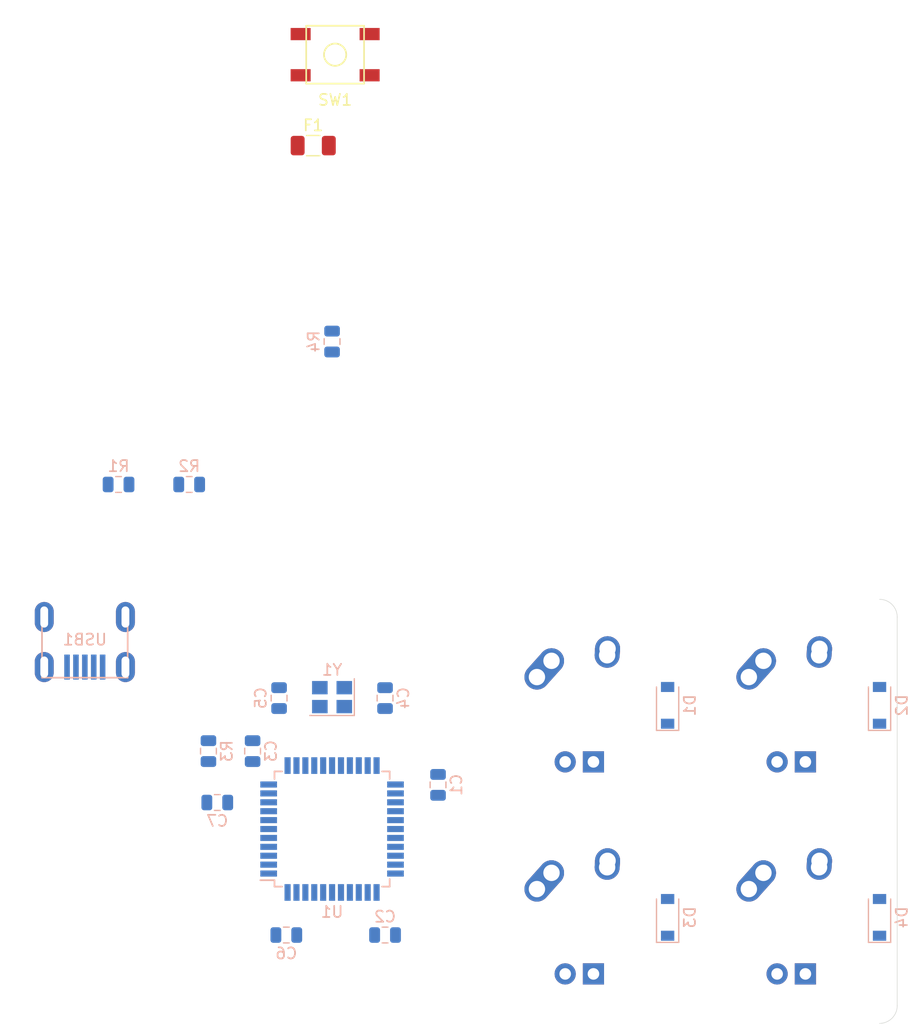
<source format=kicad_pcb>
(kicad_pcb (version 20171130) (host pcbnew "(5.1.6)-1")

  (general
    (thickness 1.6)
    (drawings 3)
    (tracks 0)
    (zones 0)
    (modules 24)
    (nets 49)
  )

  (page A4)
  (layers
    (0 F.Cu signal)
    (31 B.Cu signal)
    (32 B.Adhes user)
    (33 F.Adhes user)
    (34 B.Paste user)
    (35 F.Paste user)
    (36 B.SilkS user)
    (37 F.SilkS user)
    (38 B.Mask user)
    (39 F.Mask user)
    (40 Dwgs.User user)
    (41 Cmts.User user)
    (42 Eco1.User user)
    (43 Eco2.User user)
    (44 Edge.Cuts user)
    (45 Margin user)
    (46 B.CrtYd user)
    (47 F.CrtYd user)
    (48 B.Fab user)
    (49 F.Fab user)
  )

  (setup
    (last_trace_width 0.25)
    (trace_clearance 0.2)
    (zone_clearance 0.508)
    (zone_45_only no)
    (trace_min 0.2)
    (via_size 0.8)
    (via_drill 0.4)
    (via_min_size 0.4)
    (via_min_drill 0.3)
    (uvia_size 0.3)
    (uvia_drill 0.1)
    (uvias_allowed no)
    (uvia_min_size 0.2)
    (uvia_min_drill 0.1)
    (edge_width 0.05)
    (segment_width 0.2)
    (pcb_text_width 0.3)
    (pcb_text_size 1.5 1.5)
    (mod_edge_width 0.12)
    (mod_text_size 1 1)
    (mod_text_width 0.15)
    (pad_size 1.524 1.524)
    (pad_drill 0.762)
    (pad_to_mask_clearance 0.05)
    (aux_axis_origin 0 0)
    (visible_elements FFFFFF7F)
    (pcbplotparams
      (layerselection 0x010fc_ffffffff)
      (usegerberextensions false)
      (usegerberattributes true)
      (usegerberadvancedattributes true)
      (creategerberjobfile true)
      (excludeedgelayer true)
      (linewidth 0.100000)
      (plotframeref false)
      (viasonmask false)
      (mode 1)
      (useauxorigin false)
      (hpglpennumber 1)
      (hpglpenspeed 20)
      (hpglpendiameter 15.000000)
      (psnegative false)
      (psa4output false)
      (plotreference true)
      (plotvalue true)
      (plotinvisibletext false)
      (padsonsilk false)
      (subtractmaskfromsilk false)
      (outputformat 1)
      (mirror false)
      (drillshape 1)
      (scaleselection 1)
      (outputdirectory ""))
  )

  (net 0 "")
  (net 1 GND)
  (net 2 +5V)
  (net 3 "Net-(C4-Pad1)")
  (net 4 "Net-(C5-Pad1)")
  (net 5 "Net-(C7-Pad1)")
  (net 6 "Net-(D1-Pad2)")
  (net 7 ROW0)
  (net 8 "Net-(D2-Pad2)")
  (net 9 ROW1)
  (net 10 "Net-(D3-Pad2)")
  (net 11 "Net-(D4-Pad2)")
  (net 12 VCC)
  (net 13 COL0)
  (net 14 COL1)
  (net 15 D-)
  (net 16 "Net-(R1-Pad1)")
  (net 17 D+)
  (net 18 "Net-(R2-Pad1)")
  (net 19 "Net-(R3-Pad2)")
  (net 20 "Net-(R4-Pad2)")
  (net 21 "Net-(U1-Pad42)")
  (net 22 "Net-(U1-Pad41)")
  (net 23 "Net-(U1-Pad40)")
  (net 24 "Net-(U1-Pad39)")
  (net 25 "Net-(U1-Pad38)")
  (net 26 "Net-(U1-Pad37)")
  (net 27 "Net-(U1-Pad36)")
  (net 28 "Net-(U1-Pad32)")
  (net 29 "Net-(U1-Pad31)")
  (net 30 "Net-(U1-Pad30)")
  (net 31 "Net-(U1-Pad29)")
  (net 32 "Net-(U1-Pad28)")
  (net 33 "Net-(U1-Pad27)")
  (net 34 "Net-(U1-Pad26)")
  (net 35 "Net-(U1-Pad25)")
  (net 36 "Net-(U1-Pad22)")
  (net 37 "Net-(U1-Pad21)")
  (net 38 "Net-(U1-Pad20)")
  (net 39 "Net-(U1-Pad19)")
  (net 40 "Net-(U1-Pad18)")
  (net 41 "Net-(U1-Pad12)")
  (net 42 "Net-(U1-Pad11)")
  (net 43 "Net-(U1-Pad10)")
  (net 44 "Net-(U1-Pad9)")
  (net 45 "Net-(U1-Pad8)")
  (net 46 "Net-(U1-Pad1)")
  (net 47 "Net-(USB1-Pad6)")
  (net 48 "Net-(USB1-Pad2)")

  (net_class Default "This is the default net class."
    (clearance 0.2)
    (trace_width 0.25)
    (via_dia 0.8)
    (via_drill 0.4)
    (uvia_dia 0.3)
    (uvia_drill 0.1)
    (add_net +5V)
    (add_net COL0)
    (add_net COL1)
    (add_net D+)
    (add_net D-)
    (add_net GND)
    (add_net "Net-(C4-Pad1)")
    (add_net "Net-(C5-Pad1)")
    (add_net "Net-(C7-Pad1)")
    (add_net "Net-(D1-Pad2)")
    (add_net "Net-(D2-Pad2)")
    (add_net "Net-(D3-Pad2)")
    (add_net "Net-(D4-Pad2)")
    (add_net "Net-(R1-Pad1)")
    (add_net "Net-(R2-Pad1)")
    (add_net "Net-(R3-Pad2)")
    (add_net "Net-(R4-Pad2)")
    (add_net "Net-(U1-Pad1)")
    (add_net "Net-(U1-Pad10)")
    (add_net "Net-(U1-Pad11)")
    (add_net "Net-(U1-Pad12)")
    (add_net "Net-(U1-Pad18)")
    (add_net "Net-(U1-Pad19)")
    (add_net "Net-(U1-Pad20)")
    (add_net "Net-(U1-Pad21)")
    (add_net "Net-(U1-Pad22)")
    (add_net "Net-(U1-Pad25)")
    (add_net "Net-(U1-Pad26)")
    (add_net "Net-(U1-Pad27)")
    (add_net "Net-(U1-Pad28)")
    (add_net "Net-(U1-Pad29)")
    (add_net "Net-(U1-Pad30)")
    (add_net "Net-(U1-Pad31)")
    (add_net "Net-(U1-Pad32)")
    (add_net "Net-(U1-Pad36)")
    (add_net "Net-(U1-Pad37)")
    (add_net "Net-(U1-Pad38)")
    (add_net "Net-(U1-Pad39)")
    (add_net "Net-(U1-Pad40)")
    (add_net "Net-(U1-Pad41)")
    (add_net "Net-(U1-Pad42)")
    (add_net "Net-(U1-Pad8)")
    (add_net "Net-(U1-Pad9)")
    (add_net "Net-(USB1-Pad2)")
    (add_net "Net-(USB1-Pad6)")
    (add_net ROW0)
    (add_net ROW1)
    (add_net VCC)
  )

  (module MX_Alps_Hybrid:MX-1U (layer F.Cu) (tedit 5A9F3A9A) (tstamp 5EF1DA71)
    (at 132.55625 137.31875)
    (path /5EF6655B)
    (fp_text reference MX4 (at 0 3.175) (layer Dwgs.User)
      (effects (font (size 1 1) (thickness 0.15)))
    )
    (fp_text value MX-NoLED (at 0 -7.9375) (layer Dwgs.User)
      (effects (font (size 1 1) (thickness 0.15)))
    )
    (fp_line (start 5 -7) (end 7 -7) (layer Dwgs.User) (width 0.15))
    (fp_line (start 7 -7) (end 7 -5) (layer Dwgs.User) (width 0.15))
    (fp_line (start 5 7) (end 7 7) (layer Dwgs.User) (width 0.15))
    (fp_line (start 7 7) (end 7 5) (layer Dwgs.User) (width 0.15))
    (fp_line (start -7 5) (end -7 7) (layer Dwgs.User) (width 0.15))
    (fp_line (start -7 7) (end -5 7) (layer Dwgs.User) (width 0.15))
    (fp_line (start -5 -7) (end -7 -7) (layer Dwgs.User) (width 0.15))
    (fp_line (start -7 -7) (end -7 -5) (layer Dwgs.User) (width 0.15))
    (fp_line (start -9.525 -9.525) (end 9.525 -9.525) (layer Dwgs.User) (width 0.15))
    (fp_line (start 9.525 -9.525) (end 9.525 9.525) (layer Dwgs.User) (width 0.15))
    (fp_line (start 9.525 9.525) (end -9.525 9.525) (layer Dwgs.User) (width 0.15))
    (fp_line (start -9.525 9.525) (end -9.525 -9.525) (layer Dwgs.User) (width 0.15))
    (pad "" np_thru_hole circle (at 5.08 0 48.0996) (size 1.75 1.75) (drill 1.75) (layers *.Cu *.Mask))
    (pad "" np_thru_hole circle (at -5.08 0 48.0996) (size 1.75 1.75) (drill 1.75) (layers *.Cu *.Mask))
    (pad 4 thru_hole rect (at 1.27 5.08) (size 1.905 1.905) (drill 1.04) (layers *.Cu B.Mask))
    (pad 3 thru_hole circle (at -1.27 5.08) (size 1.905 1.905) (drill 1.04) (layers *.Cu B.Mask))
    (pad 1 thru_hole circle (at -2.5 -4) (size 2.25 2.25) (drill 1.47) (layers *.Cu B.Mask)
      (net 14 COL1))
    (pad "" np_thru_hole circle (at 0 0) (size 3.9878 3.9878) (drill 3.9878) (layers *.Cu *.Mask))
    (pad 1 thru_hole oval (at -3.81 -2.54 48.0996) (size 4.211556 2.25) (drill 1.47 (offset 0.980778 0)) (layers *.Cu B.Mask)
      (net 14 COL1))
    (pad 2 thru_hole circle (at 2.54 -5.08) (size 2.25 2.25) (drill 1.47) (layers *.Cu B.Mask)
      (net 11 "Net-(D4-Pad2)"))
    (pad 2 thru_hole oval (at 2.5 -4.5 86.0548) (size 2.831378 2.25) (drill 1.47 (offset 0.290689 0)) (layers *.Cu B.Mask)
      (net 11 "Net-(D4-Pad2)"))
  )

  (module MX_Alps_Hybrid:MX-1U (layer F.Cu) (tedit 5A9F3A9A) (tstamp 5EF1DA5A)
    (at 113.50625 137.31875)
    (path /5EF65208)
    (fp_text reference MX3 (at 0 3.175) (layer Dwgs.User)
      (effects (font (size 1 1) (thickness 0.15)))
    )
    (fp_text value MX-NoLED (at 0 -7.9375) (layer Dwgs.User)
      (effects (font (size 1 1) (thickness 0.15)))
    )
    (fp_line (start 5 -7) (end 7 -7) (layer Dwgs.User) (width 0.15))
    (fp_line (start 7 -7) (end 7 -5) (layer Dwgs.User) (width 0.15))
    (fp_line (start 5 7) (end 7 7) (layer Dwgs.User) (width 0.15))
    (fp_line (start 7 7) (end 7 5) (layer Dwgs.User) (width 0.15))
    (fp_line (start -7 5) (end -7 7) (layer Dwgs.User) (width 0.15))
    (fp_line (start -7 7) (end -5 7) (layer Dwgs.User) (width 0.15))
    (fp_line (start -5 -7) (end -7 -7) (layer Dwgs.User) (width 0.15))
    (fp_line (start -7 -7) (end -7 -5) (layer Dwgs.User) (width 0.15))
    (fp_line (start -9.525 -9.525) (end 9.525 -9.525) (layer Dwgs.User) (width 0.15))
    (fp_line (start 9.525 -9.525) (end 9.525 9.525) (layer Dwgs.User) (width 0.15))
    (fp_line (start 9.525 9.525) (end -9.525 9.525) (layer Dwgs.User) (width 0.15))
    (fp_line (start -9.525 9.525) (end -9.525 -9.525) (layer Dwgs.User) (width 0.15))
    (pad "" np_thru_hole circle (at 5.08 0 48.0996) (size 1.75 1.75) (drill 1.75) (layers *.Cu *.Mask))
    (pad "" np_thru_hole circle (at -5.08 0 48.0996) (size 1.75 1.75) (drill 1.75) (layers *.Cu *.Mask))
    (pad 4 thru_hole rect (at 1.27 5.08) (size 1.905 1.905) (drill 1.04) (layers *.Cu B.Mask))
    (pad 3 thru_hole circle (at -1.27 5.08) (size 1.905 1.905) (drill 1.04) (layers *.Cu B.Mask))
    (pad 1 thru_hole circle (at -2.5 -4) (size 2.25 2.25) (drill 1.47) (layers *.Cu B.Mask)
      (net 13 COL0))
    (pad "" np_thru_hole circle (at 0 0) (size 3.9878 3.9878) (drill 3.9878) (layers *.Cu *.Mask))
    (pad 1 thru_hole oval (at -3.81 -2.54 48.0996) (size 4.211556 2.25) (drill 1.47 (offset 0.980778 0)) (layers *.Cu B.Mask)
      (net 13 COL0))
    (pad 2 thru_hole circle (at 2.54 -5.08) (size 2.25 2.25) (drill 1.47) (layers *.Cu B.Mask)
      (net 8 "Net-(D2-Pad2)"))
    (pad 2 thru_hole oval (at 2.5 -4.5 86.0548) (size 2.831378 2.25) (drill 1.47 (offset 0.290689 0)) (layers *.Cu B.Mask)
      (net 8 "Net-(D2-Pad2)"))
  )

  (module MX_Alps_Hybrid:MX-1U (layer F.Cu) (tedit 5A9F3A9A) (tstamp 5EF1DA43)
    (at 132.55625 118.26875)
    (path /5EF62352)
    (fp_text reference MX2 (at 0 3.175) (layer Dwgs.User)
      (effects (font (size 1 1) (thickness 0.15)))
    )
    (fp_text value MX-NoLED (at 0 -7.9375) (layer Dwgs.User)
      (effects (font (size 1 1) (thickness 0.15)))
    )
    (fp_line (start 5 -7) (end 7 -7) (layer Dwgs.User) (width 0.15))
    (fp_line (start 7 -7) (end 7 -5) (layer Dwgs.User) (width 0.15))
    (fp_line (start 5 7) (end 7 7) (layer Dwgs.User) (width 0.15))
    (fp_line (start 7 7) (end 7 5) (layer Dwgs.User) (width 0.15))
    (fp_line (start -7 5) (end -7 7) (layer Dwgs.User) (width 0.15))
    (fp_line (start -7 7) (end -5 7) (layer Dwgs.User) (width 0.15))
    (fp_line (start -5 -7) (end -7 -7) (layer Dwgs.User) (width 0.15))
    (fp_line (start -7 -7) (end -7 -5) (layer Dwgs.User) (width 0.15))
    (fp_line (start -9.525 -9.525) (end 9.525 -9.525) (layer Dwgs.User) (width 0.15))
    (fp_line (start 9.525 -9.525) (end 9.525 9.525) (layer Dwgs.User) (width 0.15))
    (fp_line (start 9.525 9.525) (end -9.525 9.525) (layer Dwgs.User) (width 0.15))
    (fp_line (start -9.525 9.525) (end -9.525 -9.525) (layer Dwgs.User) (width 0.15))
    (pad "" np_thru_hole circle (at 5.08 0 48.0996) (size 1.75 1.75) (drill 1.75) (layers *.Cu *.Mask))
    (pad "" np_thru_hole circle (at -5.08 0 48.0996) (size 1.75 1.75) (drill 1.75) (layers *.Cu *.Mask))
    (pad 4 thru_hole rect (at 1.27 5.08) (size 1.905 1.905) (drill 1.04) (layers *.Cu B.Mask))
    (pad 3 thru_hole circle (at -1.27 5.08) (size 1.905 1.905) (drill 1.04) (layers *.Cu B.Mask))
    (pad 1 thru_hole circle (at -2.5 -4) (size 2.25 2.25) (drill 1.47) (layers *.Cu B.Mask)
      (net 14 COL1))
    (pad "" np_thru_hole circle (at 0 0) (size 3.9878 3.9878) (drill 3.9878) (layers *.Cu *.Mask))
    (pad 1 thru_hole oval (at -3.81 -2.54 48.0996) (size 4.211556 2.25) (drill 1.47 (offset 0.980778 0)) (layers *.Cu B.Mask)
      (net 14 COL1))
    (pad 2 thru_hole circle (at 2.54 -5.08) (size 2.25 2.25) (drill 1.47) (layers *.Cu B.Mask)
      (net 10 "Net-(D3-Pad2)"))
    (pad 2 thru_hole oval (at 2.5 -4.5 86.0548) (size 2.831378 2.25) (drill 1.47 (offset 0.290689 0)) (layers *.Cu B.Mask)
      (net 10 "Net-(D3-Pad2)"))
  )

  (module MX_Alps_Hybrid:MX-1U (layer F.Cu) (tedit 5A9F3A9A) (tstamp 5EF1DA2C)
    (at 113.50625 118.26875)
    (path /5EF4ED85)
    (fp_text reference MX1 (at 0 3.175) (layer Dwgs.User)
      (effects (font (size 1 1) (thickness 0.15)))
    )
    (fp_text value MX-NoLED (at 0 -7.9375) (layer Dwgs.User)
      (effects (font (size 1 1) (thickness 0.15)))
    )
    (fp_line (start 5 -7) (end 7 -7) (layer Dwgs.User) (width 0.15))
    (fp_line (start 7 -7) (end 7 -5) (layer Dwgs.User) (width 0.15))
    (fp_line (start 5 7) (end 7 7) (layer Dwgs.User) (width 0.15))
    (fp_line (start 7 7) (end 7 5) (layer Dwgs.User) (width 0.15))
    (fp_line (start -7 5) (end -7 7) (layer Dwgs.User) (width 0.15))
    (fp_line (start -7 7) (end -5 7) (layer Dwgs.User) (width 0.15))
    (fp_line (start -5 -7) (end -7 -7) (layer Dwgs.User) (width 0.15))
    (fp_line (start -7 -7) (end -7 -5) (layer Dwgs.User) (width 0.15))
    (fp_line (start -9.525 -9.525) (end 9.525 -9.525) (layer Dwgs.User) (width 0.15))
    (fp_line (start 9.525 -9.525) (end 9.525 9.525) (layer Dwgs.User) (width 0.15))
    (fp_line (start 9.525 9.525) (end -9.525 9.525) (layer Dwgs.User) (width 0.15))
    (fp_line (start -9.525 9.525) (end -9.525 -9.525) (layer Dwgs.User) (width 0.15))
    (pad "" np_thru_hole circle (at 5.08 0 48.0996) (size 1.75 1.75) (drill 1.75) (layers *.Cu *.Mask))
    (pad "" np_thru_hole circle (at -5.08 0 48.0996) (size 1.75 1.75) (drill 1.75) (layers *.Cu *.Mask))
    (pad 4 thru_hole rect (at 1.27 5.08) (size 1.905 1.905) (drill 1.04) (layers *.Cu B.Mask))
    (pad 3 thru_hole circle (at -1.27 5.08) (size 1.905 1.905) (drill 1.04) (layers *.Cu B.Mask))
    (pad 1 thru_hole circle (at -2.5 -4) (size 2.25 2.25) (drill 1.47) (layers *.Cu B.Mask)
      (net 13 COL0))
    (pad "" np_thru_hole circle (at 0 0) (size 3.9878 3.9878) (drill 3.9878) (layers *.Cu *.Mask))
    (pad 1 thru_hole oval (at -3.81 -2.54 48.0996) (size 4.211556 2.25) (drill 1.47 (offset 0.980778 0)) (layers *.Cu B.Mask)
      (net 13 COL0))
    (pad 2 thru_hole circle (at 2.54 -5.08) (size 2.25 2.25) (drill 1.47) (layers *.Cu B.Mask)
      (net 6 "Net-(D1-Pad2)"))
    (pad 2 thru_hole oval (at 2.5 -4.5 86.0548) (size 2.831378 2.25) (drill 1.47 (offset 0.290689 0)) (layers *.Cu B.Mask)
      (net 6 "Net-(D1-Pad2)"))
  )

  (module Crystal:Crystal_SMD_3225-4Pin_3.2x2.5mm (layer B.Cu) (tedit 5A0FD1B2) (tstamp 5EF1DB4A)
    (at 91.28125 117.53125 180)
    (descr "SMD Crystal SERIES SMD3225/4 http://www.txccrystal.com/images/pdf/7m-accuracy.pdf, 3.2x2.5mm^2 package")
    (tags "SMD SMT crystal")
    (path /5EF2CCDB)
    (attr smd)
    (fp_text reference Y1 (at 0 2.45) (layer B.SilkS)
      (effects (font (size 1 1) (thickness 0.15)) (justify mirror))
    )
    (fp_text value 16MHz (at 0 -2.45) (layer B.Fab)
      (effects (font (size 1 1) (thickness 0.15)) (justify mirror))
    )
    (fp_text user %R (at 0 0) (layer B.Fab)
      (effects (font (size 0.7 0.7) (thickness 0.105)) (justify mirror))
    )
    (fp_line (start -1.6 1.25) (end -1.6 -1.25) (layer B.Fab) (width 0.1))
    (fp_line (start -1.6 -1.25) (end 1.6 -1.25) (layer B.Fab) (width 0.1))
    (fp_line (start 1.6 -1.25) (end 1.6 1.25) (layer B.Fab) (width 0.1))
    (fp_line (start 1.6 1.25) (end -1.6 1.25) (layer B.Fab) (width 0.1))
    (fp_line (start -1.6 -0.25) (end -0.6 -1.25) (layer B.Fab) (width 0.1))
    (fp_line (start -2 1.65) (end -2 -1.65) (layer B.SilkS) (width 0.12))
    (fp_line (start -2 -1.65) (end 2 -1.65) (layer B.SilkS) (width 0.12))
    (fp_line (start -2.1 1.7) (end -2.1 -1.7) (layer B.CrtYd) (width 0.05))
    (fp_line (start -2.1 -1.7) (end 2.1 -1.7) (layer B.CrtYd) (width 0.05))
    (fp_line (start 2.1 -1.7) (end 2.1 1.7) (layer B.CrtYd) (width 0.05))
    (fp_line (start 2.1 1.7) (end -2.1 1.7) (layer B.CrtYd) (width 0.05))
    (pad 4 smd rect (at -1.1 0.85 180) (size 1.4 1.2) (layers B.Cu B.Paste B.Mask)
      (net 1 GND))
    (pad 3 smd rect (at 1.1 0.85 180) (size 1.4 1.2) (layers B.Cu B.Paste B.Mask)
      (net 4 "Net-(C5-Pad1)"))
    (pad 2 smd rect (at 1.1 -0.85 180) (size 1.4 1.2) (layers B.Cu B.Paste B.Mask)
      (net 1 GND))
    (pad 1 smd rect (at -1.1 -0.85 180) (size 1.4 1.2) (layers B.Cu B.Paste B.Mask)
      (net 3 "Net-(C4-Pad1)"))
    (model ${KISYS3DMOD}/Crystal.3dshapes/Crystal_SMD_3225-4Pin_3.2x2.5mm.wrl
      (at (xyz 0 0 0))
      (scale (xyz 1 1 1))
      (rotate (xyz 0 0 0))
    )
  )

  (module random-keyboard-parts:Molex-0548190589 locked (layer B.Cu) (tedit 5C494815) (tstamp 5EF1DB36)
    (at 69.05625 110.33125 270)
    (path /5EF430C3)
    (attr smd)
    (fp_text reference USB1 (at 2.032 0 180) (layer B.SilkS)
      (effects (font (size 1 1) (thickness 0.15)) (justify mirror))
    )
    (fp_text value Molex-0548190589 (at -5.08 0 180) (layer Dwgs.User)
      (effects (font (size 1 1) (thickness 0.15)))
    )
    (fp_text user %R (at 2 0 180) (layer B.CrtYd)
      (effects (font (size 1 1) (thickness 0.15)) (justify mirror))
    )
    (fp_line (start -3.75 3.85) (end -3.75 -3.85) (layer Dwgs.User) (width 0.15))
    (fp_line (start -1.75 4.572) (end -1.75 -4.572) (layer Dwgs.User) (width 0.15))
    (fp_line (start -3.75 -3.85) (end 0 -3.85) (layer Dwgs.User) (width 0.15))
    (fp_line (start -3.75 3.85) (end 0 3.85) (layer Dwgs.User) (width 0.15))
    (fp_line (start 5.45 3.85) (end 5.45 -3.85) (layer B.SilkS) (width 0.15))
    (fp_line (start 0 -3.85) (end 5.45 -3.85) (layer B.SilkS) (width 0.15))
    (fp_line (start 0 3.85) (end 5.45 3.85) (layer B.SilkS) (width 0.15))
    (fp_line (start -3.75 3.75) (end 5.5 3.75) (layer B.CrtYd) (width 0.15))
    (fp_line (start 5.5 3.75) (end 5.5 -3.75) (layer B.CrtYd) (width 0.15))
    (fp_line (start 5.5 -3.75) (end -3.75 -3.75) (layer B.CrtYd) (width 0.15))
    (fp_line (start -3.75 -3.75) (end -3.75 3.75) (layer B.CrtYd) (width 0.15))
    (fp_line (start 5.5 2) (end 3.25 2) (layer B.CrtYd) (width 0.15))
    (fp_line (start 3.25 2) (end 3.25 -2) (layer B.CrtYd) (width 0.15))
    (fp_line (start 3.25 -2) (end 5.5 -2) (layer B.CrtYd) (width 0.15))
    (fp_line (start 5.5 -1.25) (end 3.25 -1.25) (layer B.CrtYd) (width 0.15))
    (fp_line (start 3.25 -0.5) (end 5.5 -0.5) (layer B.CrtYd) (width 0.15))
    (fp_line (start 5.5 0.5) (end 3.25 0.5) (layer B.CrtYd) (width 0.15))
    (fp_line (start 3.25 1.25) (end 5.5 1.25) (layer B.CrtYd) (width 0.15))
    (pad 6 thru_hole oval (at 0 3.65 270) (size 2.7 1.7) (drill oval 1.9 0.7) (layers *.Cu *.Mask)
      (net 47 "Net-(USB1-Pad6)"))
    (pad 6 thru_hole oval (at 0 -3.65 270) (size 2.7 1.7) (drill oval 1.9 0.7) (layers *.Cu *.Mask)
      (net 47 "Net-(USB1-Pad6)"))
    (pad 6 thru_hole oval (at 4.5 -3.65 270) (size 2.7 1.7) (drill oval 1.9 0.7) (layers *.Cu *.Mask)
      (net 47 "Net-(USB1-Pad6)"))
    (pad 6 thru_hole oval (at 4.5 3.65 270) (size 2.7 1.7) (drill oval 1.9 0.7) (layers *.Cu *.Mask)
      (net 47 "Net-(USB1-Pad6)"))
    (pad 5 smd rect (at 4.5 1.6 270) (size 2.25 0.5) (layers B.Cu B.Paste B.Mask)
      (net 12 VCC))
    (pad 4 smd rect (at 4.5 0.8 270) (size 2.25 0.5) (layers B.Cu B.Paste B.Mask)
      (net 15 D-))
    (pad 3 smd rect (at 4.5 0 270) (size 2.25 0.5) (layers B.Cu B.Paste B.Mask)
      (net 17 D+))
    (pad 2 smd rect (at 4.5 -0.8 270) (size 2.25 0.5) (layers B.Cu B.Paste B.Mask)
      (net 48 "Net-(USB1-Pad2)"))
    (pad 1 smd rect (at 4.5 -1.6 270) (size 2.25 0.5) (layers B.Cu B.Paste B.Mask)
      (net 1 GND))
  )

  (module Package_QFP:TQFP-44_10x10mm_P0.8mm (layer B.Cu) (tedit 5A02F146) (tstamp 5EF1DB16)
    (at 91.28125 129.38125)
    (descr "44-Lead Plastic Thin Quad Flatpack (PT) - 10x10x1.0 mm Body [TQFP] (see Microchip Packaging Specification 00000049BS.pdf)")
    (tags "QFP 0.8")
    (path /5EF16DC8)
    (attr smd)
    (fp_text reference U1 (at 0 7.45) (layer B.SilkS)
      (effects (font (size 1 1) (thickness 0.15)) (justify mirror))
    )
    (fp_text value ATmega32U4-AU (at 0 -7.45) (layer B.Fab)
      (effects (font (size 1 1) (thickness 0.15)) (justify mirror))
    )
    (fp_text user %R (at 0 0) (layer B.Fab)
      (effects (font (size 1 1) (thickness 0.15)) (justify mirror))
    )
    (fp_line (start -4 5) (end 5 5) (layer B.Fab) (width 0.15))
    (fp_line (start 5 5) (end 5 -5) (layer B.Fab) (width 0.15))
    (fp_line (start 5 -5) (end -5 -5) (layer B.Fab) (width 0.15))
    (fp_line (start -5 -5) (end -5 4) (layer B.Fab) (width 0.15))
    (fp_line (start -5 4) (end -4 5) (layer B.Fab) (width 0.15))
    (fp_line (start -6.7 6.7) (end -6.7 -6.7) (layer B.CrtYd) (width 0.05))
    (fp_line (start 6.7 6.7) (end 6.7 -6.7) (layer B.CrtYd) (width 0.05))
    (fp_line (start -6.7 6.7) (end 6.7 6.7) (layer B.CrtYd) (width 0.05))
    (fp_line (start -6.7 -6.7) (end 6.7 -6.7) (layer B.CrtYd) (width 0.05))
    (fp_line (start -5.175 5.175) (end -5.175 4.6) (layer B.SilkS) (width 0.15))
    (fp_line (start 5.175 5.175) (end 5.175 4.5) (layer B.SilkS) (width 0.15))
    (fp_line (start 5.175 -5.175) (end 5.175 -4.5) (layer B.SilkS) (width 0.15))
    (fp_line (start -5.175 -5.175) (end -5.175 -4.5) (layer B.SilkS) (width 0.15))
    (fp_line (start -5.175 5.175) (end -4.5 5.175) (layer B.SilkS) (width 0.15))
    (fp_line (start -5.175 -5.175) (end -4.5 -5.175) (layer B.SilkS) (width 0.15))
    (fp_line (start 5.175 -5.175) (end 4.5 -5.175) (layer B.SilkS) (width 0.15))
    (fp_line (start 5.175 5.175) (end 4.5 5.175) (layer B.SilkS) (width 0.15))
    (fp_line (start -5.175 4.6) (end -6.45 4.6) (layer B.SilkS) (width 0.15))
    (pad 44 smd rect (at -4 5.7 270) (size 1.5 0.55) (layers B.Cu B.Paste B.Mask)
      (net 2 +5V))
    (pad 43 smd rect (at -3.2 5.7 270) (size 1.5 0.55) (layers B.Cu B.Paste B.Mask)
      (net 1 GND))
    (pad 42 smd rect (at -2.4 5.7 270) (size 1.5 0.55) (layers B.Cu B.Paste B.Mask)
      (net 21 "Net-(U1-Pad42)"))
    (pad 41 smd rect (at -1.6 5.7 270) (size 1.5 0.55) (layers B.Cu B.Paste B.Mask)
      (net 22 "Net-(U1-Pad41)"))
    (pad 40 smd rect (at -0.8 5.7 270) (size 1.5 0.55) (layers B.Cu B.Paste B.Mask)
      (net 23 "Net-(U1-Pad40)"))
    (pad 39 smd rect (at 0 5.7 270) (size 1.5 0.55) (layers B.Cu B.Paste B.Mask)
      (net 24 "Net-(U1-Pad39)"))
    (pad 38 smd rect (at 0.8 5.7 270) (size 1.5 0.55) (layers B.Cu B.Paste B.Mask)
      (net 25 "Net-(U1-Pad38)"))
    (pad 37 smd rect (at 1.6 5.7 270) (size 1.5 0.55) (layers B.Cu B.Paste B.Mask)
      (net 26 "Net-(U1-Pad37)"))
    (pad 36 smd rect (at 2.4 5.7 270) (size 1.5 0.55) (layers B.Cu B.Paste B.Mask)
      (net 27 "Net-(U1-Pad36)"))
    (pad 35 smd rect (at 3.2 5.7 270) (size 1.5 0.55) (layers B.Cu B.Paste B.Mask)
      (net 1 GND))
    (pad 34 smd rect (at 4 5.7 270) (size 1.5 0.55) (layers B.Cu B.Paste B.Mask)
      (net 2 +5V))
    (pad 33 smd rect (at 5.7 4) (size 1.5 0.55) (layers B.Cu B.Paste B.Mask)
      (net 20 "Net-(R4-Pad2)"))
    (pad 32 smd rect (at 5.7 3.2) (size 1.5 0.55) (layers B.Cu B.Paste B.Mask)
      (net 28 "Net-(U1-Pad32)"))
    (pad 31 smd rect (at 5.7 2.4) (size 1.5 0.55) (layers B.Cu B.Paste B.Mask)
      (net 29 "Net-(U1-Pad31)"))
    (pad 30 smd rect (at 5.7 1.6) (size 1.5 0.55) (layers B.Cu B.Paste B.Mask)
      (net 30 "Net-(U1-Pad30)"))
    (pad 29 smd rect (at 5.7 0.8) (size 1.5 0.55) (layers B.Cu B.Paste B.Mask)
      (net 31 "Net-(U1-Pad29)"))
    (pad 28 smd rect (at 5.7 0) (size 1.5 0.55) (layers B.Cu B.Paste B.Mask)
      (net 32 "Net-(U1-Pad28)"))
    (pad 27 smd rect (at 5.7 -0.8) (size 1.5 0.55) (layers B.Cu B.Paste B.Mask)
      (net 33 "Net-(U1-Pad27)"))
    (pad 26 smd rect (at 5.7 -1.6) (size 1.5 0.55) (layers B.Cu B.Paste B.Mask)
      (net 34 "Net-(U1-Pad26)"))
    (pad 25 smd rect (at 5.7 -2.4) (size 1.5 0.55) (layers B.Cu B.Paste B.Mask)
      (net 35 "Net-(U1-Pad25)"))
    (pad 24 smd rect (at 5.7 -3.2) (size 1.5 0.55) (layers B.Cu B.Paste B.Mask)
      (net 2 +5V))
    (pad 23 smd rect (at 5.7 -4) (size 1.5 0.55) (layers B.Cu B.Paste B.Mask)
      (net 1 GND))
    (pad 22 smd rect (at 4 -5.7 270) (size 1.5 0.55) (layers B.Cu B.Paste B.Mask)
      (net 36 "Net-(U1-Pad22)"))
    (pad 21 smd rect (at 3.2 -5.7 270) (size 1.5 0.55) (layers B.Cu B.Paste B.Mask)
      (net 37 "Net-(U1-Pad21)"))
    (pad 20 smd rect (at 2.4 -5.7 270) (size 1.5 0.55) (layers B.Cu B.Paste B.Mask)
      (net 38 "Net-(U1-Pad20)"))
    (pad 19 smd rect (at 1.6 -5.7 270) (size 1.5 0.55) (layers B.Cu B.Paste B.Mask)
      (net 39 "Net-(U1-Pad19)"))
    (pad 18 smd rect (at 0.8 -5.7 270) (size 1.5 0.55) (layers B.Cu B.Paste B.Mask)
      (net 40 "Net-(U1-Pad18)"))
    (pad 17 smd rect (at 0 -5.7 270) (size 1.5 0.55) (layers B.Cu B.Paste B.Mask)
      (net 3 "Net-(C4-Pad1)"))
    (pad 16 smd rect (at -0.8 -5.7 270) (size 1.5 0.55) (layers B.Cu B.Paste B.Mask)
      (net 4 "Net-(C5-Pad1)"))
    (pad 15 smd rect (at -1.6 -5.7 270) (size 1.5 0.55) (layers B.Cu B.Paste B.Mask)
      (net 1 GND))
    (pad 14 smd rect (at -2.4 -5.7 270) (size 1.5 0.55) (layers B.Cu B.Paste B.Mask)
      (net 2 +5V))
    (pad 13 smd rect (at -3.2 -5.7 270) (size 1.5 0.55) (layers B.Cu B.Paste B.Mask)
      (net 19 "Net-(R3-Pad2)"))
    (pad 12 smd rect (at -4 -5.7 270) (size 1.5 0.55) (layers B.Cu B.Paste B.Mask)
      (net 41 "Net-(U1-Pad12)"))
    (pad 11 smd rect (at -5.7 -4) (size 1.5 0.55) (layers B.Cu B.Paste B.Mask)
      (net 42 "Net-(U1-Pad11)"))
    (pad 10 smd rect (at -5.7 -3.2) (size 1.5 0.55) (layers B.Cu B.Paste B.Mask)
      (net 43 "Net-(U1-Pad10)"))
    (pad 9 smd rect (at -5.7 -2.4) (size 1.5 0.55) (layers B.Cu B.Paste B.Mask)
      (net 44 "Net-(U1-Pad9)"))
    (pad 8 smd rect (at -5.7 -1.6) (size 1.5 0.55) (layers B.Cu B.Paste B.Mask)
      (net 45 "Net-(U1-Pad8)"))
    (pad 7 smd rect (at -5.7 -0.8) (size 1.5 0.55) (layers B.Cu B.Paste B.Mask)
      (net 2 +5V))
    (pad 6 smd rect (at -5.7 0) (size 1.5 0.55) (layers B.Cu B.Paste B.Mask)
      (net 5 "Net-(C7-Pad1)"))
    (pad 5 smd rect (at -5.7 0.8) (size 1.5 0.55) (layers B.Cu B.Paste B.Mask)
      (net 1 GND))
    (pad 4 smd rect (at -5.7 1.6) (size 1.5 0.55) (layers B.Cu B.Paste B.Mask)
      (net 18 "Net-(R2-Pad1)"))
    (pad 3 smd rect (at -5.7 2.4) (size 1.5 0.55) (layers B.Cu B.Paste B.Mask)
      (net 16 "Net-(R1-Pad1)"))
    (pad 2 smd rect (at -5.7 3.2) (size 1.5 0.55) (layers B.Cu B.Paste B.Mask)
      (net 2 +5V))
    (pad 1 smd rect (at -5.7 4) (size 1.5 0.55) (layers B.Cu B.Paste B.Mask)
      (net 46 "Net-(U1-Pad1)"))
    (model ${KISYS3DMOD}/Package_QFP.3dshapes/TQFP-44_10x10mm_P0.8mm.wrl
      (at (xyz 0 0 0))
      (scale (xyz 1 1 1))
      (rotate (xyz 0 0 0))
    )
  )

  (module random-keyboard-parts:SKQG-1155865 (layer F.Cu) (tedit 5E62B398) (tstamp 5EF1DAD3)
    (at 91.55625 59.80625)
    (path /5EF3A906)
    (attr smd)
    (fp_text reference SW1 (at 0 4.064) (layer F.SilkS)
      (effects (font (size 1 1) (thickness 0.15)))
    )
    (fp_text value SW_Push (at 0 -4.064) (layer F.Fab)
      (effects (font (size 1 1) (thickness 0.15)))
    )
    (fp_line (start -2.6 1.1) (end -1.1 2.6) (layer F.Fab) (width 0.15))
    (fp_line (start 2.6 1.1) (end 1.1 2.6) (layer F.Fab) (width 0.15))
    (fp_line (start 2.6 -1.1) (end 1.1 -2.6) (layer F.Fab) (width 0.15))
    (fp_line (start -2.6 -1.1) (end -1.1 -2.6) (layer F.Fab) (width 0.15))
    (fp_circle (center 0 0) (end 1 0) (layer F.Fab) (width 0.15))
    (fp_line (start -4.2 -1.1) (end -4.2 -2.6) (layer F.Fab) (width 0.15))
    (fp_line (start -2.6 -1.1) (end -4.2 -1.1) (layer F.Fab) (width 0.15))
    (fp_line (start -2.6 1.1) (end -2.6 -1.1) (layer F.Fab) (width 0.15))
    (fp_line (start -4.2 1.1) (end -2.6 1.1) (layer F.Fab) (width 0.15))
    (fp_line (start -4.2 2.6) (end -4.2 1.1) (layer F.Fab) (width 0.15))
    (fp_line (start 4.2 2.6) (end -4.2 2.6) (layer F.Fab) (width 0.15))
    (fp_line (start 4.2 1.1) (end 4.2 2.6) (layer F.Fab) (width 0.15))
    (fp_line (start 2.6 1.1) (end 4.2 1.1) (layer F.Fab) (width 0.15))
    (fp_line (start 2.6 -1.1) (end 2.6 1.1) (layer F.Fab) (width 0.15))
    (fp_line (start 4.2 -1.1) (end 2.6 -1.1) (layer F.Fab) (width 0.15))
    (fp_line (start 4.2 -2.6) (end 4.2 -1.2) (layer F.Fab) (width 0.15))
    (fp_line (start -4.2 -2.6) (end 4.2 -2.6) (layer F.Fab) (width 0.15))
    (fp_circle (center 0 0) (end 1 0) (layer F.SilkS) (width 0.15))
    (fp_line (start -2.6 2.6) (end -2.6 -2.6) (layer F.SilkS) (width 0.15))
    (fp_line (start 2.6 2.6) (end -2.6 2.6) (layer F.SilkS) (width 0.15))
    (fp_line (start 2.6 -2.6) (end 2.6 2.6) (layer F.SilkS) (width 0.15))
    (fp_line (start -2.6 -2.6) (end 2.6 -2.6) (layer F.SilkS) (width 0.15))
    (pad 4 smd rect (at -3.1 1.85) (size 1.8 1.1) (layers F.Cu F.Paste F.Mask))
    (pad 3 smd rect (at 3.1 -1.85) (size 1.8 1.1) (layers F.Cu F.Paste F.Mask))
    (pad 2 smd rect (at -3.1 -1.85) (size 1.8 1.1) (layers F.Cu F.Paste F.Mask)
      (net 19 "Net-(R3-Pad2)"))
    (pad 1 smd rect (at 3.1 1.85) (size 1.8 1.1) (layers F.Cu F.Paste F.Mask)
      (net 1 GND))
    (model ${KISYS3DMOD}/Button_Switch_SMD.3dshapes/SW_SPST_TL3342.step
      (at (xyz 0 0 0))
      (scale (xyz 1 1 1))
      (rotate (xyz 0 0 0))
    )
  )

  (module Resistor_SMD:R_0805_2012Metric (layer B.Cu) (tedit 5B36C52B) (tstamp 5EF1DAB5)
    (at 91.28125 85.58125 270)
    (descr "Resistor SMD 0805 (2012 Metric), square (rectangular) end terminal, IPC_7351 nominal, (Body size source: https://docs.google.com/spreadsheets/d/1BsfQQcO9C6DZCsRaXUlFlo91Tg2WpOkGARC1WS5S8t0/edit?usp=sharing), generated with kicad-footprint-generator")
    (tags resistor)
    (path /5EF1C10E)
    (attr smd)
    (fp_text reference R4 (at 0 1.65 270) (layer B.SilkS)
      (effects (font (size 1 1) (thickness 0.15)) (justify mirror))
    )
    (fp_text value 10k (at 0 -1.65 270) (layer B.Fab)
      (effects (font (size 1 1) (thickness 0.15)) (justify mirror))
    )
    (fp_text user %R (at 0 0 270) (layer B.Fab)
      (effects (font (size 0.5 0.5) (thickness 0.08)) (justify mirror))
    )
    (fp_line (start -1 -0.6) (end -1 0.6) (layer B.Fab) (width 0.1))
    (fp_line (start -1 0.6) (end 1 0.6) (layer B.Fab) (width 0.1))
    (fp_line (start 1 0.6) (end 1 -0.6) (layer B.Fab) (width 0.1))
    (fp_line (start 1 -0.6) (end -1 -0.6) (layer B.Fab) (width 0.1))
    (fp_line (start -0.258578 0.71) (end 0.258578 0.71) (layer B.SilkS) (width 0.12))
    (fp_line (start -0.258578 -0.71) (end 0.258578 -0.71) (layer B.SilkS) (width 0.12))
    (fp_line (start -1.68 -0.95) (end -1.68 0.95) (layer B.CrtYd) (width 0.05))
    (fp_line (start -1.68 0.95) (end 1.68 0.95) (layer B.CrtYd) (width 0.05))
    (fp_line (start 1.68 0.95) (end 1.68 -0.95) (layer B.CrtYd) (width 0.05))
    (fp_line (start 1.68 -0.95) (end -1.68 -0.95) (layer B.CrtYd) (width 0.05))
    (pad 2 smd roundrect (at 0.9375 0 270) (size 0.975 1.4) (layers B.Cu B.Paste B.Mask) (roundrect_rratio 0.25)
      (net 20 "Net-(R4-Pad2)"))
    (pad 1 smd roundrect (at -0.9375 0 270) (size 0.975 1.4) (layers B.Cu B.Paste B.Mask) (roundrect_rratio 0.25)
      (net 1 GND))
    (model ${KISYS3DMOD}/Resistor_SMD.3dshapes/R_0805_2012Metric.wrl
      (at (xyz 0 0 0))
      (scale (xyz 1 1 1))
      (rotate (xyz 0 0 0))
    )
  )

  (module Resistor_SMD:R_0805_2012Metric (layer B.Cu) (tedit 5B36C52B) (tstamp 5EF1DAA4)
    (at 80.16875 122.38125 90)
    (descr "Resistor SMD 0805 (2012 Metric), square (rectangular) end terminal, IPC_7351 nominal, (Body size source: https://docs.google.com/spreadsheets/d/1BsfQQcO9C6DZCsRaXUlFlo91Tg2WpOkGARC1WS5S8t0/edit?usp=sharing), generated with kicad-footprint-generator")
    (tags resistor)
    (path /5EF3EA1F)
    (attr smd)
    (fp_text reference R3 (at 0 1.65 90) (layer B.SilkS)
      (effects (font (size 1 1) (thickness 0.15)) (justify mirror))
    )
    (fp_text value 10k (at 0 -1.65 90) (layer B.Fab)
      (effects (font (size 1 1) (thickness 0.15)) (justify mirror))
    )
    (fp_text user %R (at 0 0 90) (layer B.Fab)
      (effects (font (size 0.5 0.5) (thickness 0.08)) (justify mirror))
    )
    (fp_line (start -1 -0.6) (end -1 0.6) (layer B.Fab) (width 0.1))
    (fp_line (start -1 0.6) (end 1 0.6) (layer B.Fab) (width 0.1))
    (fp_line (start 1 0.6) (end 1 -0.6) (layer B.Fab) (width 0.1))
    (fp_line (start 1 -0.6) (end -1 -0.6) (layer B.Fab) (width 0.1))
    (fp_line (start -0.258578 0.71) (end 0.258578 0.71) (layer B.SilkS) (width 0.12))
    (fp_line (start -0.258578 -0.71) (end 0.258578 -0.71) (layer B.SilkS) (width 0.12))
    (fp_line (start -1.68 -0.95) (end -1.68 0.95) (layer B.CrtYd) (width 0.05))
    (fp_line (start -1.68 0.95) (end 1.68 0.95) (layer B.CrtYd) (width 0.05))
    (fp_line (start 1.68 0.95) (end 1.68 -0.95) (layer B.CrtYd) (width 0.05))
    (fp_line (start 1.68 -0.95) (end -1.68 -0.95) (layer B.CrtYd) (width 0.05))
    (pad 2 smd roundrect (at 0.9375 0 90) (size 0.975 1.4) (layers B.Cu B.Paste B.Mask) (roundrect_rratio 0.25)
      (net 19 "Net-(R3-Pad2)"))
    (pad 1 smd roundrect (at -0.9375 0 90) (size 0.975 1.4) (layers B.Cu B.Paste B.Mask) (roundrect_rratio 0.25)
      (net 2 +5V))
    (model ${KISYS3DMOD}/Resistor_SMD.3dshapes/R_0805_2012Metric.wrl
      (at (xyz 0 0 0))
      (scale (xyz 1 1 1))
      (rotate (xyz 0 0 0))
    )
  )

  (module Resistor_SMD:R_0805_2012Metric (layer B.Cu) (tedit 5B36C52B) (tstamp 5EF1DA93)
    (at 78.4375 98.425 180)
    (descr "Resistor SMD 0805 (2012 Metric), square (rectangular) end terminal, IPC_7351 nominal, (Body size source: https://docs.google.com/spreadsheets/d/1BsfQQcO9C6DZCsRaXUlFlo91Tg2WpOkGARC1WS5S8t0/edit?usp=sharing), generated with kicad-footprint-generator")
    (tags resistor)
    (path /5EF1F3CA)
    (attr smd)
    (fp_text reference R2 (at 0 1.65) (layer B.SilkS)
      (effects (font (size 1 1) (thickness 0.15)) (justify mirror))
    )
    (fp_text value 22 (at 0 -1.65) (layer B.Fab)
      (effects (font (size 1 1) (thickness 0.15)) (justify mirror))
    )
    (fp_text user %R (at 0 0) (layer B.Fab)
      (effects (font (size 0.5 0.5) (thickness 0.08)) (justify mirror))
    )
    (fp_line (start -1 -0.6) (end -1 0.6) (layer B.Fab) (width 0.1))
    (fp_line (start -1 0.6) (end 1 0.6) (layer B.Fab) (width 0.1))
    (fp_line (start 1 0.6) (end 1 -0.6) (layer B.Fab) (width 0.1))
    (fp_line (start 1 -0.6) (end -1 -0.6) (layer B.Fab) (width 0.1))
    (fp_line (start -0.258578 0.71) (end 0.258578 0.71) (layer B.SilkS) (width 0.12))
    (fp_line (start -0.258578 -0.71) (end 0.258578 -0.71) (layer B.SilkS) (width 0.12))
    (fp_line (start -1.68 -0.95) (end -1.68 0.95) (layer B.CrtYd) (width 0.05))
    (fp_line (start -1.68 0.95) (end 1.68 0.95) (layer B.CrtYd) (width 0.05))
    (fp_line (start 1.68 0.95) (end 1.68 -0.95) (layer B.CrtYd) (width 0.05))
    (fp_line (start 1.68 -0.95) (end -1.68 -0.95) (layer B.CrtYd) (width 0.05))
    (pad 2 smd roundrect (at 0.9375 0 180) (size 0.975 1.4) (layers B.Cu B.Paste B.Mask) (roundrect_rratio 0.25)
      (net 17 D+))
    (pad 1 smd roundrect (at -0.9375 0 180) (size 0.975 1.4) (layers B.Cu B.Paste B.Mask) (roundrect_rratio 0.25)
      (net 18 "Net-(R2-Pad1)"))
    (model ${KISYS3DMOD}/Resistor_SMD.3dshapes/R_0805_2012Metric.wrl
      (at (xyz 0 0 0))
      (scale (xyz 1 1 1))
      (rotate (xyz 0 0 0))
    )
  )

  (module Resistor_SMD:R_0805_2012Metric (layer B.Cu) (tedit 5B36C52B) (tstamp 5EF1DA82)
    (at 72.0875 98.425 180)
    (descr "Resistor SMD 0805 (2012 Metric), square (rectangular) end terminal, IPC_7351 nominal, (Body size source: https://docs.google.com/spreadsheets/d/1BsfQQcO9C6DZCsRaXUlFlo91Tg2WpOkGARC1WS5S8t0/edit?usp=sharing), generated with kicad-footprint-generator")
    (tags resistor)
    (path /5EF1F946)
    (attr smd)
    (fp_text reference R1 (at 0 1.65) (layer B.SilkS)
      (effects (font (size 1 1) (thickness 0.15)) (justify mirror))
    )
    (fp_text value 22 (at 0 -1.65) (layer B.Fab)
      (effects (font (size 1 1) (thickness 0.15)) (justify mirror))
    )
    (fp_text user %R (at 0 0) (layer B.Fab)
      (effects (font (size 0.5 0.5) (thickness 0.08)) (justify mirror))
    )
    (fp_line (start -1 -0.6) (end -1 0.6) (layer B.Fab) (width 0.1))
    (fp_line (start -1 0.6) (end 1 0.6) (layer B.Fab) (width 0.1))
    (fp_line (start 1 0.6) (end 1 -0.6) (layer B.Fab) (width 0.1))
    (fp_line (start 1 -0.6) (end -1 -0.6) (layer B.Fab) (width 0.1))
    (fp_line (start -0.258578 0.71) (end 0.258578 0.71) (layer B.SilkS) (width 0.12))
    (fp_line (start -0.258578 -0.71) (end 0.258578 -0.71) (layer B.SilkS) (width 0.12))
    (fp_line (start -1.68 -0.95) (end -1.68 0.95) (layer B.CrtYd) (width 0.05))
    (fp_line (start -1.68 0.95) (end 1.68 0.95) (layer B.CrtYd) (width 0.05))
    (fp_line (start 1.68 0.95) (end 1.68 -0.95) (layer B.CrtYd) (width 0.05))
    (fp_line (start 1.68 -0.95) (end -1.68 -0.95) (layer B.CrtYd) (width 0.05))
    (pad 2 smd roundrect (at 0.9375 0 180) (size 0.975 1.4) (layers B.Cu B.Paste B.Mask) (roundrect_rratio 0.25)
      (net 15 D-))
    (pad 1 smd roundrect (at -0.9375 0 180) (size 0.975 1.4) (layers B.Cu B.Paste B.Mask) (roundrect_rratio 0.25)
      (net 16 "Net-(R1-Pad1)"))
    (model ${KISYS3DMOD}/Resistor_SMD.3dshapes/R_0805_2012Metric.wrl
      (at (xyz 0 0 0))
      (scale (xyz 1 1 1))
      (rotate (xyz 0 0 0))
    )
  )

  (module Fuse:Fuse_1206_3216Metric (layer F.Cu) (tedit 5B301BBE) (tstamp 5EF1DA15)
    (at 89.58625 67.97625)
    (descr "Fuse SMD 1206 (3216 Metric), square (rectangular) end terminal, IPC_7351 nominal, (Body size source: http://www.tortai-tech.com/upload/download/2011102023233369053.pdf), generated with kicad-footprint-generator")
    (tags resistor)
    (path /5EF45A3F)
    (attr smd)
    (fp_text reference F1 (at 0 -1.82) (layer F.SilkS)
      (effects (font (size 1 1) (thickness 0.15)))
    )
    (fp_text value 500mA (at 0 1.82) (layer F.Fab)
      (effects (font (size 1 1) (thickness 0.15)))
    )
    (fp_text user %R (at 0 0) (layer F.Fab)
      (effects (font (size 0.8 0.8) (thickness 0.12)))
    )
    (fp_line (start -1.6 0.8) (end -1.6 -0.8) (layer F.Fab) (width 0.1))
    (fp_line (start -1.6 -0.8) (end 1.6 -0.8) (layer F.Fab) (width 0.1))
    (fp_line (start 1.6 -0.8) (end 1.6 0.8) (layer F.Fab) (width 0.1))
    (fp_line (start 1.6 0.8) (end -1.6 0.8) (layer F.Fab) (width 0.1))
    (fp_line (start -0.602064 -0.91) (end 0.602064 -0.91) (layer F.SilkS) (width 0.12))
    (fp_line (start -0.602064 0.91) (end 0.602064 0.91) (layer F.SilkS) (width 0.12))
    (fp_line (start -2.28 1.12) (end -2.28 -1.12) (layer F.CrtYd) (width 0.05))
    (fp_line (start -2.28 -1.12) (end 2.28 -1.12) (layer F.CrtYd) (width 0.05))
    (fp_line (start 2.28 -1.12) (end 2.28 1.12) (layer F.CrtYd) (width 0.05))
    (fp_line (start 2.28 1.12) (end -2.28 1.12) (layer F.CrtYd) (width 0.05))
    (pad 2 smd roundrect (at 1.4 0) (size 1.25 1.75) (layers F.Cu F.Paste F.Mask) (roundrect_rratio 0.2)
      (net 12 VCC))
    (pad 1 smd roundrect (at -1.4 0) (size 1.25 1.75) (layers F.Cu F.Paste F.Mask) (roundrect_rratio 0.2)
      (net 2 +5V))
    (model ${KISYS3DMOD}/Fuse.3dshapes/Fuse_1206_3216Metric.wrl
      (at (xyz 0 0 0))
      (scale (xyz 1 1 1))
      (rotate (xyz 0 0 0))
    )
  )

  (module Diode_SMD:D_SOD-123 (layer B.Cu) (tedit 58645DC7) (tstamp 5EF1DA04)
    (at 140.49375 137.31875 90)
    (descr SOD-123)
    (tags SOD-123)
    (path /5EF66561)
    (attr smd)
    (fp_text reference D4 (at 0 2 270) (layer B.SilkS)
      (effects (font (size 1 1) (thickness 0.15)) (justify mirror))
    )
    (fp_text value D_Small (at 0 -2.1 270) (layer B.Fab)
      (effects (font (size 1 1) (thickness 0.15)) (justify mirror))
    )
    (fp_text user %R (at 0 2 270) (layer B.Fab)
      (effects (font (size 1 1) (thickness 0.15)) (justify mirror))
    )
    (fp_line (start -2.25 1) (end -2.25 -1) (layer B.SilkS) (width 0.12))
    (fp_line (start 0.25 0) (end 0.75 0) (layer B.Fab) (width 0.1))
    (fp_line (start 0.25 -0.4) (end -0.35 0) (layer B.Fab) (width 0.1))
    (fp_line (start 0.25 0.4) (end 0.25 -0.4) (layer B.Fab) (width 0.1))
    (fp_line (start -0.35 0) (end 0.25 0.4) (layer B.Fab) (width 0.1))
    (fp_line (start -0.35 0) (end -0.35 -0.55) (layer B.Fab) (width 0.1))
    (fp_line (start -0.35 0) (end -0.35 0.55) (layer B.Fab) (width 0.1))
    (fp_line (start -0.75 0) (end -0.35 0) (layer B.Fab) (width 0.1))
    (fp_line (start -1.4 -0.9) (end -1.4 0.9) (layer B.Fab) (width 0.1))
    (fp_line (start 1.4 -0.9) (end -1.4 -0.9) (layer B.Fab) (width 0.1))
    (fp_line (start 1.4 0.9) (end 1.4 -0.9) (layer B.Fab) (width 0.1))
    (fp_line (start -1.4 0.9) (end 1.4 0.9) (layer B.Fab) (width 0.1))
    (fp_line (start -2.35 1.15) (end 2.35 1.15) (layer B.CrtYd) (width 0.05))
    (fp_line (start 2.35 1.15) (end 2.35 -1.15) (layer B.CrtYd) (width 0.05))
    (fp_line (start 2.35 -1.15) (end -2.35 -1.15) (layer B.CrtYd) (width 0.05))
    (fp_line (start -2.35 1.15) (end -2.35 -1.15) (layer B.CrtYd) (width 0.05))
    (fp_line (start -2.25 -1) (end 1.65 -1) (layer B.SilkS) (width 0.12))
    (fp_line (start -2.25 1) (end 1.65 1) (layer B.SilkS) (width 0.12))
    (pad 2 smd rect (at 1.65 0 90) (size 0.9 1.2) (layers B.Cu B.Paste B.Mask)
      (net 11 "Net-(D4-Pad2)"))
    (pad 1 smd rect (at -1.65 0 90) (size 0.9 1.2) (layers B.Cu B.Paste B.Mask)
      (net 9 ROW1))
    (model ${KISYS3DMOD}/Diode_SMD.3dshapes/D_SOD-123.wrl
      (at (xyz 0 0 0))
      (scale (xyz 1 1 1))
      (rotate (xyz 0 0 0))
    )
  )

  (module Diode_SMD:D_SOD-123 (layer B.Cu) (tedit 58645DC7) (tstamp 5EF1D9EB)
    (at 121.44375 137.31875 90)
    (descr SOD-123)
    (tags SOD-123)
    (path /5EF62358)
    (attr smd)
    (fp_text reference D3 (at 0 2 270) (layer B.SilkS)
      (effects (font (size 1 1) (thickness 0.15)) (justify mirror))
    )
    (fp_text value D_Small (at 0 -2.1 270) (layer B.Fab)
      (effects (font (size 1 1) (thickness 0.15)) (justify mirror))
    )
    (fp_text user %R (at 0 2 270) (layer B.Fab)
      (effects (font (size 1 1) (thickness 0.15)) (justify mirror))
    )
    (fp_line (start -2.25 1) (end -2.25 -1) (layer B.SilkS) (width 0.12))
    (fp_line (start 0.25 0) (end 0.75 0) (layer B.Fab) (width 0.1))
    (fp_line (start 0.25 -0.4) (end -0.35 0) (layer B.Fab) (width 0.1))
    (fp_line (start 0.25 0.4) (end 0.25 -0.4) (layer B.Fab) (width 0.1))
    (fp_line (start -0.35 0) (end 0.25 0.4) (layer B.Fab) (width 0.1))
    (fp_line (start -0.35 0) (end -0.35 -0.55) (layer B.Fab) (width 0.1))
    (fp_line (start -0.35 0) (end -0.35 0.55) (layer B.Fab) (width 0.1))
    (fp_line (start -0.75 0) (end -0.35 0) (layer B.Fab) (width 0.1))
    (fp_line (start -1.4 -0.9) (end -1.4 0.9) (layer B.Fab) (width 0.1))
    (fp_line (start 1.4 -0.9) (end -1.4 -0.9) (layer B.Fab) (width 0.1))
    (fp_line (start 1.4 0.9) (end 1.4 -0.9) (layer B.Fab) (width 0.1))
    (fp_line (start -1.4 0.9) (end 1.4 0.9) (layer B.Fab) (width 0.1))
    (fp_line (start -2.35 1.15) (end 2.35 1.15) (layer B.CrtYd) (width 0.05))
    (fp_line (start 2.35 1.15) (end 2.35 -1.15) (layer B.CrtYd) (width 0.05))
    (fp_line (start 2.35 -1.15) (end -2.35 -1.15) (layer B.CrtYd) (width 0.05))
    (fp_line (start -2.35 1.15) (end -2.35 -1.15) (layer B.CrtYd) (width 0.05))
    (fp_line (start -2.25 -1) (end 1.65 -1) (layer B.SilkS) (width 0.12))
    (fp_line (start -2.25 1) (end 1.65 1) (layer B.SilkS) (width 0.12))
    (pad 2 smd rect (at 1.65 0 90) (size 0.9 1.2) (layers B.Cu B.Paste B.Mask)
      (net 10 "Net-(D3-Pad2)"))
    (pad 1 smd rect (at -1.65 0 90) (size 0.9 1.2) (layers B.Cu B.Paste B.Mask)
      (net 7 ROW0))
    (model ${KISYS3DMOD}/Diode_SMD.3dshapes/D_SOD-123.wrl
      (at (xyz 0 0 0))
      (scale (xyz 1 1 1))
      (rotate (xyz 0 0 0))
    )
  )

  (module Diode_SMD:D_SOD-123 (layer B.Cu) (tedit 58645DC7) (tstamp 5EF1D9D2)
    (at 140.49375 118.26875 90)
    (descr SOD-123)
    (tags SOD-123)
    (path /5EF8251B)
    (attr smd)
    (fp_text reference D2 (at 0 2 270) (layer B.SilkS)
      (effects (font (size 1 1) (thickness 0.15)) (justify mirror))
    )
    (fp_text value D_Small (at 0 -2.1 270) (layer B.Fab)
      (effects (font (size 1 1) (thickness 0.15)) (justify mirror))
    )
    (fp_text user %R (at 0 2 270) (layer B.Fab)
      (effects (font (size 1 1) (thickness 0.15)) (justify mirror))
    )
    (fp_line (start -2.25 1) (end -2.25 -1) (layer B.SilkS) (width 0.12))
    (fp_line (start 0.25 0) (end 0.75 0) (layer B.Fab) (width 0.1))
    (fp_line (start 0.25 -0.4) (end -0.35 0) (layer B.Fab) (width 0.1))
    (fp_line (start 0.25 0.4) (end 0.25 -0.4) (layer B.Fab) (width 0.1))
    (fp_line (start -0.35 0) (end 0.25 0.4) (layer B.Fab) (width 0.1))
    (fp_line (start -0.35 0) (end -0.35 -0.55) (layer B.Fab) (width 0.1))
    (fp_line (start -0.35 0) (end -0.35 0.55) (layer B.Fab) (width 0.1))
    (fp_line (start -0.75 0) (end -0.35 0) (layer B.Fab) (width 0.1))
    (fp_line (start -1.4 -0.9) (end -1.4 0.9) (layer B.Fab) (width 0.1))
    (fp_line (start 1.4 -0.9) (end -1.4 -0.9) (layer B.Fab) (width 0.1))
    (fp_line (start 1.4 0.9) (end 1.4 -0.9) (layer B.Fab) (width 0.1))
    (fp_line (start -1.4 0.9) (end 1.4 0.9) (layer B.Fab) (width 0.1))
    (fp_line (start -2.35 1.15) (end 2.35 1.15) (layer B.CrtYd) (width 0.05))
    (fp_line (start 2.35 1.15) (end 2.35 -1.15) (layer B.CrtYd) (width 0.05))
    (fp_line (start 2.35 -1.15) (end -2.35 -1.15) (layer B.CrtYd) (width 0.05))
    (fp_line (start -2.35 1.15) (end -2.35 -1.15) (layer B.CrtYd) (width 0.05))
    (fp_line (start -2.25 -1) (end 1.65 -1) (layer B.SilkS) (width 0.12))
    (fp_line (start -2.25 1) (end 1.65 1) (layer B.SilkS) (width 0.12))
    (pad 2 smd rect (at 1.65 0 90) (size 0.9 1.2) (layers B.Cu B.Paste B.Mask)
      (net 8 "Net-(D2-Pad2)"))
    (pad 1 smd rect (at -1.65 0 90) (size 0.9 1.2) (layers B.Cu B.Paste B.Mask)
      (net 9 ROW1))
    (model ${KISYS3DMOD}/Diode_SMD.3dshapes/D_SOD-123.wrl
      (at (xyz 0 0 0))
      (scale (xyz 1 1 1))
      (rotate (xyz 0 0 0))
    )
  )

  (module Diode_SMD:D_SOD-123 (layer B.Cu) (tedit 58645DC7) (tstamp 5EF1D9B9)
    (at 121.44375 118.26875 90)
    (descr SOD-123)
    (tags SOD-123)
    (path /5EF500E2)
    (attr smd)
    (fp_text reference D1 (at 0 2 270) (layer B.SilkS)
      (effects (font (size 1 1) (thickness 0.15)) (justify mirror))
    )
    (fp_text value D_Small (at 0 -2.1 270) (layer B.Fab)
      (effects (font (size 1 1) (thickness 0.15)) (justify mirror))
    )
    (fp_text user %R (at 0 2 270) (layer B.Fab)
      (effects (font (size 1 1) (thickness 0.15)) (justify mirror))
    )
    (fp_line (start -2.25 1) (end -2.25 -1) (layer B.SilkS) (width 0.12))
    (fp_line (start 0.25 0) (end 0.75 0) (layer B.Fab) (width 0.1))
    (fp_line (start 0.25 -0.4) (end -0.35 0) (layer B.Fab) (width 0.1))
    (fp_line (start 0.25 0.4) (end 0.25 -0.4) (layer B.Fab) (width 0.1))
    (fp_line (start -0.35 0) (end 0.25 0.4) (layer B.Fab) (width 0.1))
    (fp_line (start -0.35 0) (end -0.35 -0.55) (layer B.Fab) (width 0.1))
    (fp_line (start -0.35 0) (end -0.35 0.55) (layer B.Fab) (width 0.1))
    (fp_line (start -0.75 0) (end -0.35 0) (layer B.Fab) (width 0.1))
    (fp_line (start -1.4 -0.9) (end -1.4 0.9) (layer B.Fab) (width 0.1))
    (fp_line (start 1.4 -0.9) (end -1.4 -0.9) (layer B.Fab) (width 0.1))
    (fp_line (start 1.4 0.9) (end 1.4 -0.9) (layer B.Fab) (width 0.1))
    (fp_line (start -1.4 0.9) (end 1.4 0.9) (layer B.Fab) (width 0.1))
    (fp_line (start -2.35 1.15) (end 2.35 1.15) (layer B.CrtYd) (width 0.05))
    (fp_line (start 2.35 1.15) (end 2.35 -1.15) (layer B.CrtYd) (width 0.05))
    (fp_line (start 2.35 -1.15) (end -2.35 -1.15) (layer B.CrtYd) (width 0.05))
    (fp_line (start -2.35 1.15) (end -2.35 -1.15) (layer B.CrtYd) (width 0.05))
    (fp_line (start -2.25 -1) (end 1.65 -1) (layer B.SilkS) (width 0.12))
    (fp_line (start -2.25 1) (end 1.65 1) (layer B.SilkS) (width 0.12))
    (pad 2 smd rect (at 1.65 0 90) (size 0.9 1.2) (layers B.Cu B.Paste B.Mask)
      (net 6 "Net-(D1-Pad2)"))
    (pad 1 smd rect (at -1.65 0 90) (size 0.9 1.2) (layers B.Cu B.Paste B.Mask)
      (net 7 ROW0))
    (model ${KISYS3DMOD}/Diode_SMD.3dshapes/D_SOD-123.wrl
      (at (xyz 0 0 0))
      (scale (xyz 1 1 1))
      (rotate (xyz 0 0 0))
    )
  )

  (module Capacitor_SMD:C_0805_2012Metric (layer B.Cu) (tedit 5B36C52B) (tstamp 5EF1D9A0)
    (at 80.9625 127)
    (descr "Capacitor SMD 0805 (2012 Metric), square (rectangular) end terminal, IPC_7351 nominal, (Body size source: https://docs.google.com/spreadsheets/d/1BsfQQcO9C6DZCsRaXUlFlo91Tg2WpOkGARC1WS5S8t0/edit?usp=sharing), generated with kicad-footprint-generator")
    (tags capacitor)
    (path /5EF224E6)
    (attr smd)
    (fp_text reference C7 (at 0 1.65) (layer B.SilkS)
      (effects (font (size 1 1) (thickness 0.15)) (justify mirror))
    )
    (fp_text value 1uF (at 0 -1.65) (layer B.Fab)
      (effects (font (size 1 1) (thickness 0.15)) (justify mirror))
    )
    (fp_text user %R (at 0 0) (layer B.Fab)
      (effects (font (size 0.5 0.5) (thickness 0.08)) (justify mirror))
    )
    (fp_line (start -1 -0.6) (end -1 0.6) (layer B.Fab) (width 0.1))
    (fp_line (start -1 0.6) (end 1 0.6) (layer B.Fab) (width 0.1))
    (fp_line (start 1 0.6) (end 1 -0.6) (layer B.Fab) (width 0.1))
    (fp_line (start 1 -0.6) (end -1 -0.6) (layer B.Fab) (width 0.1))
    (fp_line (start -0.258578 0.71) (end 0.258578 0.71) (layer B.SilkS) (width 0.12))
    (fp_line (start -0.258578 -0.71) (end 0.258578 -0.71) (layer B.SilkS) (width 0.12))
    (fp_line (start -1.68 -0.95) (end -1.68 0.95) (layer B.CrtYd) (width 0.05))
    (fp_line (start -1.68 0.95) (end 1.68 0.95) (layer B.CrtYd) (width 0.05))
    (fp_line (start 1.68 0.95) (end 1.68 -0.95) (layer B.CrtYd) (width 0.05))
    (fp_line (start 1.68 -0.95) (end -1.68 -0.95) (layer B.CrtYd) (width 0.05))
    (pad 2 smd roundrect (at 0.9375 0) (size 0.975 1.4) (layers B.Cu B.Paste B.Mask) (roundrect_rratio 0.25)
      (net 1 GND))
    (pad 1 smd roundrect (at -0.9375 0) (size 0.975 1.4) (layers B.Cu B.Paste B.Mask) (roundrect_rratio 0.25)
      (net 5 "Net-(C7-Pad1)"))
    (model ${KISYS3DMOD}/Capacitor_SMD.3dshapes/C_0805_2012Metric.wrl
      (at (xyz 0 0 0))
      (scale (xyz 1 1 1))
      (rotate (xyz 0 0 0))
    )
  )

  (module Capacitor_SMD:C_0805_2012Metric (layer B.Cu) (tedit 5B36C52B) (tstamp 5EF1D98F)
    (at 87.16875 138.90625)
    (descr "Capacitor SMD 0805 (2012 Metric), square (rectangular) end terminal, IPC_7351 nominal, (Body size source: https://docs.google.com/spreadsheets/d/1BsfQQcO9C6DZCsRaXUlFlo91Tg2WpOkGARC1WS5S8t0/edit?usp=sharing), generated with kicad-footprint-generator")
    (tags capacitor)
    (path /5EF27E98)
    (attr smd)
    (fp_text reference C6 (at 0 1.65) (layer B.SilkS)
      (effects (font (size 1 1) (thickness 0.15)) (justify mirror))
    )
    (fp_text value 10uF (at 0 -1.65) (layer B.Fab)
      (effects (font (size 1 1) (thickness 0.15)) (justify mirror))
    )
    (fp_text user %R (at 0 0) (layer B.Fab)
      (effects (font (size 0.5 0.5) (thickness 0.08)) (justify mirror))
    )
    (fp_line (start -1 -0.6) (end -1 0.6) (layer B.Fab) (width 0.1))
    (fp_line (start -1 0.6) (end 1 0.6) (layer B.Fab) (width 0.1))
    (fp_line (start 1 0.6) (end 1 -0.6) (layer B.Fab) (width 0.1))
    (fp_line (start 1 -0.6) (end -1 -0.6) (layer B.Fab) (width 0.1))
    (fp_line (start -0.258578 0.71) (end 0.258578 0.71) (layer B.SilkS) (width 0.12))
    (fp_line (start -0.258578 -0.71) (end 0.258578 -0.71) (layer B.SilkS) (width 0.12))
    (fp_line (start -1.68 -0.95) (end -1.68 0.95) (layer B.CrtYd) (width 0.05))
    (fp_line (start -1.68 0.95) (end 1.68 0.95) (layer B.CrtYd) (width 0.05))
    (fp_line (start 1.68 0.95) (end 1.68 -0.95) (layer B.CrtYd) (width 0.05))
    (fp_line (start 1.68 -0.95) (end -1.68 -0.95) (layer B.CrtYd) (width 0.05))
    (pad 2 smd roundrect (at 0.9375 0) (size 0.975 1.4) (layers B.Cu B.Paste B.Mask) (roundrect_rratio 0.25)
      (net 1 GND))
    (pad 1 smd roundrect (at -0.9375 0) (size 0.975 1.4) (layers B.Cu B.Paste B.Mask) (roundrect_rratio 0.25)
      (net 2 +5V))
    (model ${KISYS3DMOD}/Capacitor_SMD.3dshapes/C_0805_2012Metric.wrl
      (at (xyz 0 0 0))
      (scale (xyz 1 1 1))
      (rotate (xyz 0 0 0))
    )
  )

  (module Capacitor_SMD:C_0805_2012Metric (layer B.Cu) (tedit 5B36C52B) (tstamp 5EF1D97E)
    (at 86.51875 117.61875 270)
    (descr "Capacitor SMD 0805 (2012 Metric), square (rectangular) end terminal, IPC_7351 nominal, (Body size source: https://docs.google.com/spreadsheets/d/1BsfQQcO9C6DZCsRaXUlFlo91Tg2WpOkGARC1WS5S8t0/edit?usp=sharing), generated with kicad-footprint-generator")
    (tags capacitor)
    (path /5EF32BC1)
    (attr smd)
    (fp_text reference C5 (at 0 1.65 270) (layer B.SilkS)
      (effects (font (size 1 1) (thickness 0.15)) (justify mirror))
    )
    (fp_text value 22pF (at 0 -1.65 270) (layer B.Fab)
      (effects (font (size 1 1) (thickness 0.15)) (justify mirror))
    )
    (fp_text user %R (at 0 0 270) (layer B.Fab)
      (effects (font (size 0.5 0.5) (thickness 0.08)) (justify mirror))
    )
    (fp_line (start -1 -0.6) (end -1 0.6) (layer B.Fab) (width 0.1))
    (fp_line (start -1 0.6) (end 1 0.6) (layer B.Fab) (width 0.1))
    (fp_line (start 1 0.6) (end 1 -0.6) (layer B.Fab) (width 0.1))
    (fp_line (start 1 -0.6) (end -1 -0.6) (layer B.Fab) (width 0.1))
    (fp_line (start -0.258578 0.71) (end 0.258578 0.71) (layer B.SilkS) (width 0.12))
    (fp_line (start -0.258578 -0.71) (end 0.258578 -0.71) (layer B.SilkS) (width 0.12))
    (fp_line (start -1.68 -0.95) (end -1.68 0.95) (layer B.CrtYd) (width 0.05))
    (fp_line (start -1.68 0.95) (end 1.68 0.95) (layer B.CrtYd) (width 0.05))
    (fp_line (start 1.68 0.95) (end 1.68 -0.95) (layer B.CrtYd) (width 0.05))
    (fp_line (start 1.68 -0.95) (end -1.68 -0.95) (layer B.CrtYd) (width 0.05))
    (pad 2 smd roundrect (at 0.9375 0 270) (size 0.975 1.4) (layers B.Cu B.Paste B.Mask) (roundrect_rratio 0.25)
      (net 1 GND))
    (pad 1 smd roundrect (at -0.9375 0 270) (size 0.975 1.4) (layers B.Cu B.Paste B.Mask) (roundrect_rratio 0.25)
      (net 4 "Net-(C5-Pad1)"))
    (model ${KISYS3DMOD}/Capacitor_SMD.3dshapes/C_0805_2012Metric.wrl
      (at (xyz 0 0 0))
      (scale (xyz 1 1 1))
      (rotate (xyz 0 0 0))
    )
  )

  (module Capacitor_SMD:C_0805_2012Metric (layer B.Cu) (tedit 5B36C52B) (tstamp 5EF1D96D)
    (at 96.04375 117.61875 90)
    (descr "Capacitor SMD 0805 (2012 Metric), square (rectangular) end terminal, IPC_7351 nominal, (Body size source: https://docs.google.com/spreadsheets/d/1BsfQQcO9C6DZCsRaXUlFlo91Tg2WpOkGARC1WS5S8t0/edit?usp=sharing), generated with kicad-footprint-generator")
    (tags capacitor)
    (path /5EF31A97)
    (attr smd)
    (fp_text reference C4 (at 0 1.65 270) (layer B.SilkS)
      (effects (font (size 1 1) (thickness 0.15)) (justify mirror))
    )
    (fp_text value 22pF (at 0 -1.65 270) (layer B.Fab)
      (effects (font (size 1 1) (thickness 0.15)) (justify mirror))
    )
    (fp_text user %R (at 0 0 270) (layer B.Fab)
      (effects (font (size 0.5 0.5) (thickness 0.08)) (justify mirror))
    )
    (fp_line (start -1 -0.6) (end -1 0.6) (layer B.Fab) (width 0.1))
    (fp_line (start -1 0.6) (end 1 0.6) (layer B.Fab) (width 0.1))
    (fp_line (start 1 0.6) (end 1 -0.6) (layer B.Fab) (width 0.1))
    (fp_line (start 1 -0.6) (end -1 -0.6) (layer B.Fab) (width 0.1))
    (fp_line (start -0.258578 0.71) (end 0.258578 0.71) (layer B.SilkS) (width 0.12))
    (fp_line (start -0.258578 -0.71) (end 0.258578 -0.71) (layer B.SilkS) (width 0.12))
    (fp_line (start -1.68 -0.95) (end -1.68 0.95) (layer B.CrtYd) (width 0.05))
    (fp_line (start -1.68 0.95) (end 1.68 0.95) (layer B.CrtYd) (width 0.05))
    (fp_line (start 1.68 0.95) (end 1.68 -0.95) (layer B.CrtYd) (width 0.05))
    (fp_line (start 1.68 -0.95) (end -1.68 -0.95) (layer B.CrtYd) (width 0.05))
    (pad 2 smd roundrect (at 0.9375 0 90) (size 0.975 1.4) (layers B.Cu B.Paste B.Mask) (roundrect_rratio 0.25)
      (net 1 GND))
    (pad 1 smd roundrect (at -0.9375 0 90) (size 0.975 1.4) (layers B.Cu B.Paste B.Mask) (roundrect_rratio 0.25)
      (net 3 "Net-(C4-Pad1)"))
    (model ${KISYS3DMOD}/Capacitor_SMD.3dshapes/C_0805_2012Metric.wrl
      (at (xyz 0 0 0))
      (scale (xyz 1 1 1))
      (rotate (xyz 0 0 0))
    )
  )

  (module Capacitor_SMD:C_0805_2012Metric (layer B.Cu) (tedit 5B36C52B) (tstamp 5EF1D95C)
    (at 84.1375 122.38125 90)
    (descr "Capacitor SMD 0805 (2012 Metric), square (rectangular) end terminal, IPC_7351 nominal, (Body size source: https://docs.google.com/spreadsheets/d/1BsfQQcO9C6DZCsRaXUlFlo91Tg2WpOkGARC1WS5S8t0/edit?usp=sharing), generated with kicad-footprint-generator")
    (tags capacitor)
    (path /5EF270DA)
    (attr smd)
    (fp_text reference C3 (at 0 1.65 90) (layer B.SilkS)
      (effects (font (size 1 1) (thickness 0.15)) (justify mirror))
    )
    (fp_text value 0.1uF (at 0 -1.65 90) (layer B.Fab)
      (effects (font (size 1 1) (thickness 0.15)) (justify mirror))
    )
    (fp_text user %R (at 0 0 90) (layer B.Fab)
      (effects (font (size 0.5 0.5) (thickness 0.08)) (justify mirror))
    )
    (fp_line (start -1 -0.6) (end -1 0.6) (layer B.Fab) (width 0.1))
    (fp_line (start -1 0.6) (end 1 0.6) (layer B.Fab) (width 0.1))
    (fp_line (start 1 0.6) (end 1 -0.6) (layer B.Fab) (width 0.1))
    (fp_line (start 1 -0.6) (end -1 -0.6) (layer B.Fab) (width 0.1))
    (fp_line (start -0.258578 0.71) (end 0.258578 0.71) (layer B.SilkS) (width 0.12))
    (fp_line (start -0.258578 -0.71) (end 0.258578 -0.71) (layer B.SilkS) (width 0.12))
    (fp_line (start -1.68 -0.95) (end -1.68 0.95) (layer B.CrtYd) (width 0.05))
    (fp_line (start -1.68 0.95) (end 1.68 0.95) (layer B.CrtYd) (width 0.05))
    (fp_line (start 1.68 0.95) (end 1.68 -0.95) (layer B.CrtYd) (width 0.05))
    (fp_line (start 1.68 -0.95) (end -1.68 -0.95) (layer B.CrtYd) (width 0.05))
    (pad 2 smd roundrect (at 0.9375 0 90) (size 0.975 1.4) (layers B.Cu B.Paste B.Mask) (roundrect_rratio 0.25)
      (net 1 GND))
    (pad 1 smd roundrect (at -0.9375 0 90) (size 0.975 1.4) (layers B.Cu B.Paste B.Mask) (roundrect_rratio 0.25)
      (net 2 +5V))
    (model ${KISYS3DMOD}/Capacitor_SMD.3dshapes/C_0805_2012Metric.wrl
      (at (xyz 0 0 0))
      (scale (xyz 1 1 1))
      (rotate (xyz 0 0 0))
    )
  )

  (module Capacitor_SMD:C_0805_2012Metric (layer B.Cu) (tedit 5B36C52B) (tstamp 5EF1D94B)
    (at 96.04375 138.90625 180)
    (descr "Capacitor SMD 0805 (2012 Metric), square (rectangular) end terminal, IPC_7351 nominal, (Body size source: https://docs.google.com/spreadsheets/d/1BsfQQcO9C6DZCsRaXUlFlo91Tg2WpOkGARC1WS5S8t0/edit?usp=sharing), generated with kicad-footprint-generator")
    (tags capacitor)
    (path /5EF26CB8)
    (attr smd)
    (fp_text reference C2 (at 0 1.65) (layer B.SilkS)
      (effects (font (size 1 1) (thickness 0.15)) (justify mirror))
    )
    (fp_text value 0.1uF (at 0 -1.65) (layer B.Fab)
      (effects (font (size 1 1) (thickness 0.15)) (justify mirror))
    )
    (fp_text user %R (at 0 0) (layer B.Fab)
      (effects (font (size 0.5 0.5) (thickness 0.08)) (justify mirror))
    )
    (fp_line (start -1 -0.6) (end -1 0.6) (layer B.Fab) (width 0.1))
    (fp_line (start -1 0.6) (end 1 0.6) (layer B.Fab) (width 0.1))
    (fp_line (start 1 0.6) (end 1 -0.6) (layer B.Fab) (width 0.1))
    (fp_line (start 1 -0.6) (end -1 -0.6) (layer B.Fab) (width 0.1))
    (fp_line (start -0.258578 0.71) (end 0.258578 0.71) (layer B.SilkS) (width 0.12))
    (fp_line (start -0.258578 -0.71) (end 0.258578 -0.71) (layer B.SilkS) (width 0.12))
    (fp_line (start -1.68 -0.95) (end -1.68 0.95) (layer B.CrtYd) (width 0.05))
    (fp_line (start -1.68 0.95) (end 1.68 0.95) (layer B.CrtYd) (width 0.05))
    (fp_line (start 1.68 0.95) (end 1.68 -0.95) (layer B.CrtYd) (width 0.05))
    (fp_line (start 1.68 -0.95) (end -1.68 -0.95) (layer B.CrtYd) (width 0.05))
    (pad 2 smd roundrect (at 0.9375 0 180) (size 0.975 1.4) (layers B.Cu B.Paste B.Mask) (roundrect_rratio 0.25)
      (net 1 GND))
    (pad 1 smd roundrect (at -0.9375 0 180) (size 0.975 1.4) (layers B.Cu B.Paste B.Mask) (roundrect_rratio 0.25)
      (net 2 +5V))
    (model ${KISYS3DMOD}/Capacitor_SMD.3dshapes/C_0805_2012Metric.wrl
      (at (xyz 0 0 0))
      (scale (xyz 1 1 1))
      (rotate (xyz 0 0 0))
    )
  )

  (module Capacitor_SMD:C_0805_2012Metric (layer B.Cu) (tedit 5B36C52B) (tstamp 5EF1D93A)
    (at 100.80625 125.4125 90)
    (descr "Capacitor SMD 0805 (2012 Metric), square (rectangular) end terminal, IPC_7351 nominal, (Body size source: https://docs.google.com/spreadsheets/d/1BsfQQcO9C6DZCsRaXUlFlo91Tg2WpOkGARC1WS5S8t0/edit?usp=sharing), generated with kicad-footprint-generator")
    (tags capacitor)
    (path /5EF24FB9)
    (attr smd)
    (fp_text reference C1 (at 0 1.65 270) (layer B.SilkS)
      (effects (font (size 1 1) (thickness 0.15)) (justify mirror))
    )
    (fp_text value 0.1uF (at 0 -1.65 270) (layer B.Fab)
      (effects (font (size 1 1) (thickness 0.15)) (justify mirror))
    )
    (fp_text user %R (at 0 0 270) (layer B.Fab)
      (effects (font (size 0.5 0.5) (thickness 0.08)) (justify mirror))
    )
    (fp_line (start -1 -0.6) (end -1 0.6) (layer B.Fab) (width 0.1))
    (fp_line (start -1 0.6) (end 1 0.6) (layer B.Fab) (width 0.1))
    (fp_line (start 1 0.6) (end 1 -0.6) (layer B.Fab) (width 0.1))
    (fp_line (start 1 -0.6) (end -1 -0.6) (layer B.Fab) (width 0.1))
    (fp_line (start -0.258578 0.71) (end 0.258578 0.71) (layer B.SilkS) (width 0.12))
    (fp_line (start -0.258578 -0.71) (end 0.258578 -0.71) (layer B.SilkS) (width 0.12))
    (fp_line (start -1.68 -0.95) (end -1.68 0.95) (layer B.CrtYd) (width 0.05))
    (fp_line (start -1.68 0.95) (end 1.68 0.95) (layer B.CrtYd) (width 0.05))
    (fp_line (start 1.68 0.95) (end 1.68 -0.95) (layer B.CrtYd) (width 0.05))
    (fp_line (start 1.68 -0.95) (end -1.68 -0.95) (layer B.CrtYd) (width 0.05))
    (pad 2 smd roundrect (at 0.9375 0 90) (size 0.975 1.4) (layers B.Cu B.Paste B.Mask) (roundrect_rratio 0.25)
      (net 1 GND))
    (pad 1 smd roundrect (at -0.9375 0 90) (size 0.975 1.4) (layers B.Cu B.Paste B.Mask) (roundrect_rratio 0.25)
      (net 2 +5V))
    (model ${KISYS3DMOD}/Capacitor_SMD.3dshapes/C_0805_2012Metric.wrl
      (at (xyz 0 0 0))
      (scale (xyz 1 1 1))
      (rotate (xyz 0 0 0))
    )
  )

  (gr_line (start 142.08125 145.25625) (end 142.08125 110.33125) (layer Edge.Cuts) (width 0.05) (tstamp 5EF2133D))
  (gr_arc (start 140.49375 145.25625) (end 140.49375 146.84375) (angle -90) (layer Edge.Cuts) (width 0.05))
  (gr_arc (start 140.49375 110.33125) (end 142.08125 110.33125) (angle -90) (layer Edge.Cuts) (width 0.05))

)

</source>
